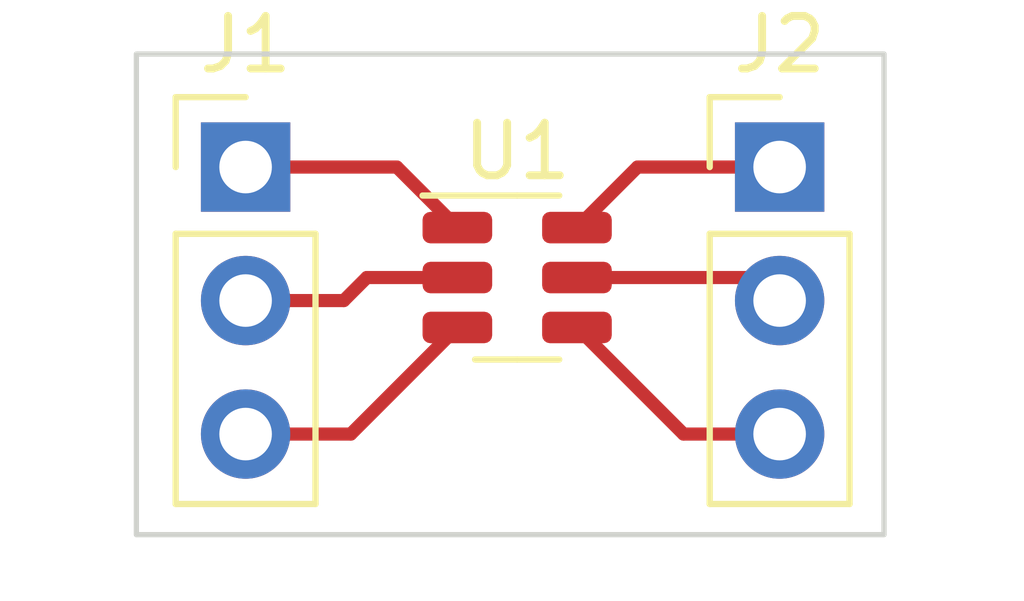
<source format=kicad_pcb>
(kicad_pcb (version 20221018) (generator pcbnew)
  (layers (0 "F.Cu" signal) (31 "B.Cu" signal) (34 "B.Paste" user) (35 "F.Paste" user) (36 "B.SilkS" user "B.Silkscreen") (37 "F.SilkS" user "F.Silkscreen") (38 "B.Mask" user) (39 "F.Mask" user) (44 "Edge.Cuts" user))
  (net 0 "")
  (net 1 "/SCL")
  (net 2 "GND")
  (net 3 "/VDD")
  (net 4 "/SDA")
  (footprint "Connector_PinHeader_2.54mm:PinHeader_1x03_P2.54mm_Vertical" (layer "F.Cu") (at 150.16 88.002)
    (fp_text reference "J2" (at 0 -2.33) (layer "F.SilkS"))
    (fp_text value "Conn_01x03")
    (fp_line (start -1.33 -1.33) (end 0 -1.33) (stroke (width 0.12)) (layer "F.SilkS"))
    (fp_line (start -1.33 0) (end -1.33 -1.33) (stroke (width 0.12)) (layer "F.SilkS"))
    (fp_line (start -1.33 1.27) (end -1.33 6.41) (stroke (width 0.12)) (layer "F.SilkS"))
    (fp_line (start -1.33 1.27) (end 1.33 1.27) (stroke (width 0.12)) (layer "F.SilkS"))
    (fp_line (start -1.33 6.41) (end 1.33 6.41) (stroke (width 0.12)) (layer "F.SilkS"))
    (fp_line (start 1.33 1.27) (end 1.33 6.41) (stroke (width 0.12)) (layer "F.SilkS"))
    (pad "1" thru_hole rect (at 0 0) (size 1.7 1.7) (drill 1) (layers "*.Cu" "*.Mask") (net 4 "/SDA"))
    (pad "2" thru_hole oval (at 0 2.54) (size 1.7 1.7) (drill 1) (layers "*.Cu" "*.Mask") (net 2 "GND"))
    (pad "3" thru_hole oval (at 0 5.08) (size 1.7 1.7) (drill 1) (layers "*.Cu" "*.Mask") (net 3 "/VDD"))
  )
  (footprint "Package_TO_SOT_SMD:SOT-23-6" (layer "F.Cu") (at 145.1665 90.104)
    (fp_text reference "U1" (at 0 -2.4) (layer "F.SilkS"))
    (fp_text value "TLV493D")
    (fp_line (start 0 -1.56) (end -1.8 -1.56) (stroke (width 0.12)) (layer "F.SilkS"))
    (fp_line (start 0 -1.56) (end 0.8 -1.56) (stroke (width 0.12)) (layer "F.SilkS"))
    (fp_line (start 0 1.56) (end -0.8 1.56) (stroke (width 0.12)) (layer "F.SilkS"))
    (fp_line (start 0 1.56) (end 0.8 1.56) (stroke (width 0.12)) (layer "F.SilkS"))
    (pad "1" smd roundrect (at -1.1375 -0.95) (size 1.325 0.6) (layers "F.Cu" "F.Paste" "F.Mask") (net 1 "/SCL"))
    (pad "2" smd roundrect (at -1.1375 0) (size 1.325 0.6) (layers "F.Cu" "F.Paste" "F.Mask") (net 2 "GND"))
    (pad "3" smd roundrect (at -1.1375 0.95) (size 1.325 0.6) (layers "F.Cu" "F.Paste" "F.Mask") (net 2 "GND"))
    (pad "4" smd roundrect (at 1.1375 0.95) (size 1.325 0.6) (layers "F.Cu" "F.Paste" "F.Mask") (net 3 "/VDD"))
    (pad "5" smd roundrect (at 1.1375 0) (size 1.325 0.6) (layers "F.Cu" "F.Paste" "F.Mask") (net 2 "GND"))
    (pad "6" smd roundrect (at 1.1375 -0.95) (size 1.325 0.6) (layers "F.Cu" "F.Paste" "F.Mask") (net 4 "/SDA"))
  )
  (footprint "Connector_PinHeader_2.54mm:PinHeader_1x03_P2.54mm_Vertical" (layer "F.Cu") (at 140 88.002)
    (fp_text reference "J1" (at 0 -2.33) (layer "F.SilkS"))
    (fp_text value "Conn_01x03")
    (fp_line (start -1.33 -1.33) (end 0 -1.33) (stroke (width 0.12)) (layer "F.SilkS"))
    (fp_line (start -1.33 0) (end -1.33 -1.33) (stroke (width 0.12)) (layer "F.SilkS"))
    (fp_line (start -1.33 1.27) (end -1.33 6.41) (stroke (width 0.12)) (layer "F.SilkS"))
    (fp_line (start -1.33 1.27) (end 1.33 1.27) (stroke (width 0.12)) (layer "F.SilkS"))
    (fp_line (start -1.33 6.41) (end 1.33 6.41) (stroke (width 0.12)) (layer "F.SilkS"))
    (fp_line (start 1.33 1.27) (end 1.33 6.41) (stroke (width 0.12)) (layer "F.SilkS"))
    (pad "1" thru_hole rect (at 0 0) (size 1.7 1.7) (drill 1) (layers "*.Cu" "*.Mask") (net 1 "/SCL"))
    (pad "2" thru_hole oval (at 0 2.54) (size 1.7 1.7) (drill 1) (layers "*.Cu" "*.Mask") (net 2 "GND"))
    (pad "3" thru_hole oval (at 0 5.08) (size 1.7 1.7) (drill 1) (layers "*.Cu" "*.Mask") (net 2 "GND"))
  )
  (gr_rect (start 137.922 85.852) (end 152.146 94.996) (stroke (width 0.1)) (fill none) (layer "Edge.Cuts"))
  (segment (start 142.877 88.002) (end 144.029 89.154) (width 0.25) (layer "F.Cu") (net 1))
  (segment (start 140 88.002) (end 142.877 88.002) (width 0.25) (layer "F.Cu") (net 1))
  (segment (start 140 93.082) (end 142.001 93.082) (width 0.25) (layer "F.Cu") (net 2))
  (segment (start 142.001 93.082) (end 144.029 91.054) (width 0.25) (layer "F.Cu") (net 2))
  (segment (start 146.304 90.104) (end 149.722 90.104) (width 0.25) (layer "F.Cu") (net 2))
  (segment (start 142.306 90.104) (end 144.029 90.104) (width 0.25) (layer "F.Cu") (net 2))
  (segment (start 141.868 90.542) (end 142.306 90.104) (width 0.25) (layer "F.Cu") (net 2))
  (segment (start 149.722 90.104) (end 150.16 90.542) (width 0.25) (layer "F.Cu") (net 2))
  (segment (start 140 90.542) (end 141.868 90.542) (width 0.25) (layer "F.Cu") (net 2))
  (segment (start 148.332 93.082) (end 146.304 91.054) (width 0.25) (layer "F.Cu") (net 3))
  (segment (start 150.16 93.082) (end 148.332 93.082) (width 0.25) (layer "F.Cu") (net 3))
  (segment (start 150.16 88.002) (end 147.456 88.002) (width 0.25) (layer "F.Cu") (net 4))
  (segment (start 147.456 88.002) (end 146.304 89.154) (width 0.25) (layer "F.Cu") (net 4))
)
</source>
